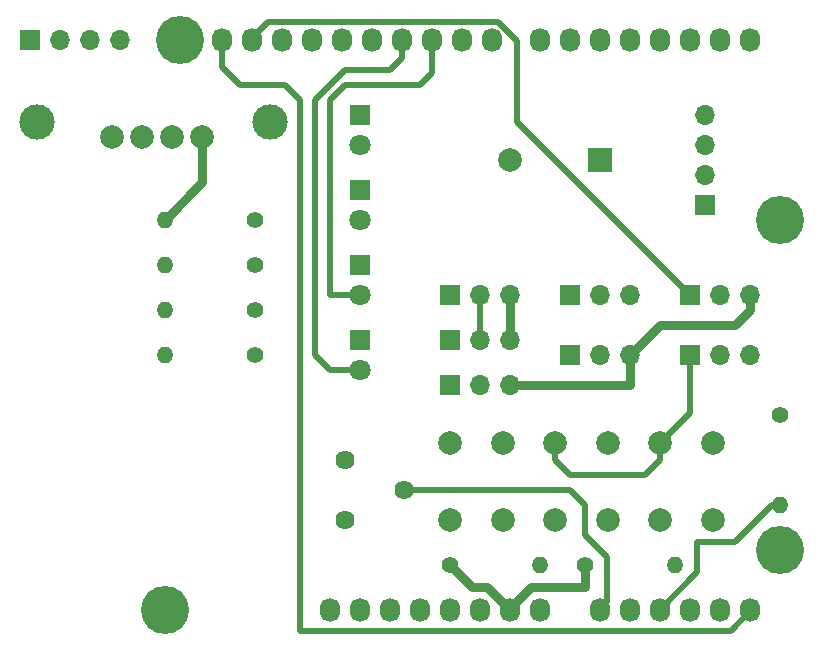
<source format=gbr>
G04 #@! TF.GenerationSoftware,KiCad,Pcbnew,5.0.2-bee76a0~70~ubuntu18.04.1*
G04 #@! TF.CreationDate,2019-09-13T20:40:02+02:00*
G04 #@! TF.ProjectId,BIOS_Shield_1.0_Migration,42494f53-5f53-4686-9965-6c645f312e30,rev?*
G04 #@! TF.SameCoordinates,Original*
G04 #@! TF.FileFunction,Copper,L1,Top*
G04 #@! TF.FilePolarity,Positive*
%FSLAX46Y46*%
G04 Gerber Fmt 4.6, Leading zero omitted, Abs format (unit mm)*
G04 Created by KiCad (PCBNEW 5.0.2-bee76a0~70~ubuntu18.04.1) date vie 13 sep 2019 20:40:02 CEST*
%MOMM*%
%LPD*%
G01*
G04 APERTURE LIST*
G04 #@! TA.AperFunction,ComponentPad*
%ADD10C,1.800000*%
G04 #@! TD*
G04 #@! TA.AperFunction,ComponentPad*
%ADD11R,1.800000X1.800000*%
G04 #@! TD*
G04 #@! TA.AperFunction,ComponentPad*
%ADD12O,1.727200X2.032000*%
G04 #@! TD*
G04 #@! TA.AperFunction,ComponentPad*
%ADD13O,1.700000X1.700000*%
G04 #@! TD*
G04 #@! TA.AperFunction,ComponentPad*
%ADD14R,1.700000X1.700000*%
G04 #@! TD*
G04 #@! TA.AperFunction,ComponentPad*
%ADD15C,2.000000*%
G04 #@! TD*
G04 #@! TA.AperFunction,ComponentPad*
%ADD16C,4.064000*%
G04 #@! TD*
G04 #@! TA.AperFunction,ComponentPad*
%ADD17O,1.400000X1.400000*%
G04 #@! TD*
G04 #@! TA.AperFunction,ComponentPad*
%ADD18C,1.400000*%
G04 #@! TD*
G04 #@! TA.AperFunction,ComponentPad*
%ADD19R,2.000000X2.000000*%
G04 #@! TD*
G04 #@! TA.AperFunction,ComponentPad*
%ADD20C,3.000000*%
G04 #@! TD*
G04 #@! TA.AperFunction,ComponentPad*
%ADD21C,1.620000*%
G04 #@! TD*
G04 #@! TA.AperFunction,Conductor*
%ADD22C,0.508000*%
G04 #@! TD*
G04 #@! TA.AperFunction,Conductor*
%ADD23C,0.762000*%
G04 #@! TD*
G04 APERTURE END LIST*
D10*
G04 #@! TO.P,D1,2*
G04 #@! TO.N,/8*
X141478000Y-84455000D03*
D11*
G04 #@! TO.P,D1,1*
G04 #@! TO.N,Net-(D1-Pad1)*
X141478000Y-81915000D03*
G04 #@! TD*
G04 #@! TO.P,D2,1*
G04 #@! TO.N,Net-(D2-Pad1)*
X141478000Y-88265000D03*
D10*
G04 #@! TO.P,D2,2*
G04 #@! TO.N,/9(\002A\002A)*
X141478000Y-90805000D03*
G04 #@! TD*
G04 #@! TO.P,D3,2*
G04 #@! TO.N,/10(\002A\002A/SS)*
X141478000Y-97155000D03*
D11*
G04 #@! TO.P,D3,1*
G04 #@! TO.N,Net-(D3-Pad1)*
X141478000Y-94615000D03*
G04 #@! TD*
G04 #@! TO.P,D4,1*
G04 #@! TO.N,Net-(D4-Pad1)*
X141478000Y-100965000D03*
D10*
G04 #@! TO.P,D4,2*
G04 #@! TO.N,/11(\002A\002A/MOSI)*
X141478000Y-103505000D03*
G04 #@! TD*
D12*
G04 #@! TO.P,J1,1*
G04 #@! TO.N,Net-(J1-Pad1)*
X138938000Y-123825000D03*
G04 #@! TO.P,J1,2*
G04 #@! TO.N,+5V*
X141478000Y-123825000D03*
G04 #@! TO.P,J1,3*
G04 #@! TO.N,/Reset*
X144018000Y-123825000D03*
G04 #@! TO.P,J1,4*
G04 #@! TO.N,+3V3*
X146558000Y-123825000D03*
G04 #@! TO.P,J1,5*
G04 #@! TO.N,+5V*
X149098000Y-123825000D03*
G04 #@! TO.P,J1,6*
G04 #@! TO.N,GND*
X151638000Y-123825000D03*
G04 #@! TO.P,J1,7*
X154178000Y-123825000D03*
G04 #@! TO.P,J1,8*
G04 #@! TO.N,/Vin*
X156718000Y-123825000D03*
G04 #@! TD*
G04 #@! TO.P,J4,8*
G04 #@! TO.N,/0(Rx)*
X174498000Y-75565000D03*
G04 #@! TO.P,J4,7*
G04 #@! TO.N,/1(Tx)*
X171958000Y-75565000D03*
G04 #@! TO.P,J4,6*
G04 #@! TO.N,/2*
X169418000Y-75565000D03*
G04 #@! TO.P,J4,5*
G04 #@! TO.N,/3(\002A\002A)*
X166878000Y-75565000D03*
G04 #@! TO.P,J4,4*
G04 #@! TO.N,/4*
X164338000Y-75565000D03*
G04 #@! TO.P,J4,3*
G04 #@! TO.N,/5(\002A\002A)*
X161798000Y-75565000D03*
G04 #@! TO.P,J4,2*
G04 #@! TO.N,/6(\002A\002A)*
X159258000Y-75565000D03*
G04 #@! TO.P,J4,1*
G04 #@! TO.N,/7*
X156718000Y-75565000D03*
G04 #@! TD*
D13*
G04 #@! TO.P,J5,4*
G04 #@! TO.N,/A5(SCL)*
X121158000Y-75565000D03*
G04 #@! TO.P,J5,3*
G04 #@! TO.N,/A4(SDA)*
X118618000Y-75565000D03*
G04 #@! TO.P,J5,2*
G04 #@! TO.N,+5V*
X116078000Y-75565000D03*
D14*
G04 #@! TO.P,J5,1*
G04 #@! TO.N,GND*
X113538000Y-75565000D03*
G04 #@! TD*
G04 #@! TO.P,J6,1*
G04 #@! TO.N,/1(Tx)*
X170688000Y-89535000D03*
D13*
G04 #@! TO.P,J6,2*
G04 #@! TO.N,/0(Rx)*
X170688000Y-86995000D03*
G04 #@! TO.P,J6,3*
G04 #@! TO.N,GND*
X170688000Y-84455000D03*
G04 #@! TO.P,J6,4*
G04 #@! TO.N,+5V*
X170688000Y-81915000D03*
G04 #@! TD*
G04 #@! TO.P,J8,3*
G04 #@! TO.N,GND*
X154178000Y-100965000D03*
G04 #@! TO.P,J8,2*
G04 #@! TO.N,+5V*
X151638000Y-100965000D03*
D14*
G04 #@! TO.P,J8,1*
G04 #@! TO.N,/6(\002A\002A)*
X149098000Y-100965000D03*
G04 #@! TD*
D13*
G04 #@! TO.P,J9,3*
G04 #@! TO.N,GND*
X164338000Y-97155000D03*
G04 #@! TO.P,J9,2*
G04 #@! TO.N,+5V*
X161798000Y-97155000D03*
D14*
G04 #@! TO.P,J9,1*
G04 #@! TO.N,/2*
X159258000Y-97155000D03*
G04 #@! TD*
D13*
G04 #@! TO.P,J10,3*
G04 #@! TO.N,GND*
X174498000Y-97155000D03*
G04 #@! TO.P,J10,2*
G04 #@! TO.N,+5V*
X171958000Y-97155000D03*
D14*
G04 #@! TO.P,J10,1*
G04 #@! TO.N,/A4(SDA)*
X169418000Y-97155000D03*
G04 #@! TD*
G04 #@! TO.P,J11,1*
G04 #@! TO.N,/3(\002A\002A)*
X159258000Y-102235000D03*
D13*
G04 #@! TO.P,J11,2*
G04 #@! TO.N,+5V*
X161798000Y-102235000D03*
G04 #@! TO.P,J11,3*
G04 #@! TO.N,GND*
X164338000Y-102235000D03*
G04 #@! TD*
D14*
G04 #@! TO.P,J12,1*
G04 #@! TO.N,/5(\002A\002A)*
X149098000Y-104775000D03*
D13*
G04 #@! TO.P,J12,2*
G04 #@! TO.N,+5V*
X151638000Y-104775000D03*
G04 #@! TO.P,J12,3*
G04 #@! TO.N,GND*
X154178000Y-104775000D03*
G04 #@! TD*
D14*
G04 #@! TO.P,J13,1*
G04 #@! TO.N,/7*
X149098000Y-97155000D03*
D13*
G04 #@! TO.P,J13,2*
G04 #@! TO.N,+5V*
X151638000Y-97155000D03*
G04 #@! TO.P,J13,3*
G04 #@! TO.N,GND*
X154178000Y-97155000D03*
G04 #@! TD*
D14*
G04 #@! TO.P,LM35,1*
G04 #@! TO.N,+5V*
X169418000Y-102235000D03*
D13*
G04 #@! TO.P,LM35,2*
G04 #@! TO.N,/A5(SCL)*
X171958000Y-102235000D03*
G04 #@! TO.P,LM35,3*
G04 #@! TO.N,GND*
X174498000Y-102235000D03*
G04 #@! TD*
D12*
G04 #@! TO.P,J2,1*
G04 #@! TO.N,/A0*
X161798000Y-123825000D03*
G04 #@! TO.P,J2,2*
G04 #@! TO.N,/A1*
X164338000Y-123825000D03*
G04 #@! TO.P,J2,3*
G04 #@! TO.N,/A2*
X166878000Y-123825000D03*
G04 #@! TO.P,J2,4*
G04 #@! TO.N,/A3*
X169418000Y-123825000D03*
G04 #@! TO.P,J2,5*
G04 #@! TO.N,/A4(SDA)*
X171958000Y-123825000D03*
G04 #@! TO.P,J2,6*
G04 #@! TO.N,/A5(SCL)*
X174498000Y-123825000D03*
G04 #@! TD*
G04 #@! TO.P,J3,1*
G04 #@! TO.N,/A5(SCL)*
X129794000Y-75565000D03*
G04 #@! TO.P,J3,2*
G04 #@! TO.N,/A4(SDA)*
X132334000Y-75565000D03*
G04 #@! TO.P,J3,3*
G04 #@! TO.N,/AREF*
X134874000Y-75565000D03*
G04 #@! TO.P,J3,4*
G04 #@! TO.N,GND*
X137414000Y-75565000D03*
G04 #@! TO.P,J3,5*
G04 #@! TO.N,/13(SCK)*
X139954000Y-75565000D03*
G04 #@! TO.P,J3,6*
G04 #@! TO.N,/12(MISO)*
X142494000Y-75565000D03*
G04 #@! TO.P,J3,7*
G04 #@! TO.N,/11(\002A\002A/MOSI)*
X145034000Y-75565000D03*
G04 #@! TO.P,J3,8*
G04 #@! TO.N,/10(\002A\002A/SS)*
X147574000Y-75565000D03*
G04 #@! TO.P,J3,9*
G04 #@! TO.N,/9(\002A\002A)*
X150114000Y-75565000D03*
G04 #@! TO.P,J3,10*
G04 #@! TO.N,/8*
X152654000Y-75565000D03*
G04 #@! TD*
D15*
G04 #@! TO.P,P1,2*
G04 #@! TO.N,/A1*
X153598000Y-116205000D03*
G04 #@! TO.P,P1,1*
G04 #@! TO.N,+5V*
X149098000Y-116205000D03*
G04 #@! TO.P,P1,2*
G04 #@! TO.N,/A1*
X153598000Y-109705000D03*
G04 #@! TO.P,P1,1*
G04 #@! TO.N,+5V*
X149098000Y-109705000D03*
G04 #@! TD*
G04 #@! TO.P,P2,1*
G04 #@! TO.N,+5V*
X157988000Y-109705000D03*
G04 #@! TO.P,P2,2*
G04 #@! TO.N,/A2*
X162488000Y-109705000D03*
G04 #@! TO.P,P2,1*
G04 #@! TO.N,+5V*
X157988000Y-116205000D03*
G04 #@! TO.P,P2,2*
G04 #@! TO.N,/A2*
X162488000Y-116205000D03*
G04 #@! TD*
G04 #@! TO.P,P3,2*
G04 #@! TO.N,/A3*
X171378000Y-116205000D03*
G04 #@! TO.P,P3,1*
G04 #@! TO.N,+5V*
X166878000Y-116205000D03*
G04 #@! TO.P,P3,2*
G04 #@! TO.N,/A3*
X171378000Y-109705000D03*
G04 #@! TO.P,P3,1*
G04 #@! TO.N,+5V*
X166878000Y-109705000D03*
G04 #@! TD*
D16*
G04 #@! TO.P,P5,1*
G04 #@! TO.N,Net-(P5-Pad1)*
X124968000Y-123825000D03*
G04 #@! TD*
G04 #@! TO.P,P6,1*
G04 #@! TO.N,Net-(P6-Pad1)*
X177038000Y-118745000D03*
G04 #@! TD*
G04 #@! TO.P,P7,1*
G04 #@! TO.N,Net-(P7-Pad1)*
X126238000Y-75565000D03*
G04 #@! TD*
G04 #@! TO.P,P8,1*
G04 #@! TO.N,Net-(P8-Pad1)*
X177038000Y-90805000D03*
G04 #@! TD*
D17*
G04 #@! TO.P,R1,2*
G04 #@! TO.N,/A1*
X156718000Y-120015000D03*
D18*
G04 #@! TO.P,R1,1*
G04 #@! TO.N,GND*
X149098000Y-120015000D03*
G04 #@! TD*
G04 #@! TO.P,R2,1*
G04 #@! TO.N,GND*
X177038000Y-107315000D03*
D17*
G04 #@! TO.P,R2,2*
G04 #@! TO.N,/A2*
X177038000Y-114935000D03*
G04 #@! TD*
G04 #@! TO.P,R3,2*
G04 #@! TO.N,/A3*
X168148000Y-120015000D03*
D18*
G04 #@! TO.P,R3,1*
G04 #@! TO.N,GND*
X160528000Y-120015000D03*
G04 #@! TD*
G04 #@! TO.P,R4,1*
G04 #@! TO.N,Net-(D1-Pad1)*
X132588000Y-90805000D03*
D17*
G04 #@! TO.P,R4,2*
G04 #@! TO.N,GND*
X124968000Y-90805000D03*
G04 #@! TD*
G04 #@! TO.P,R5,2*
G04 #@! TO.N,GND*
X124968000Y-94615000D03*
D18*
G04 #@! TO.P,R5,1*
G04 #@! TO.N,Net-(D2-Pad1)*
X132588000Y-94615000D03*
G04 #@! TD*
G04 #@! TO.P,R6,1*
G04 #@! TO.N,Net-(D3-Pad1)*
X132588000Y-98425000D03*
D17*
G04 #@! TO.P,R6,2*
G04 #@! TO.N,GND*
X124968000Y-98425000D03*
G04 #@! TD*
D18*
G04 #@! TO.P,R7,1*
G04 #@! TO.N,Net-(D4-Pad1)*
X132588000Y-102235000D03*
D17*
G04 #@! TO.P,R7,2*
G04 #@! TO.N,GND*
X124968000Y-102235000D03*
G04 #@! TD*
D19*
G04 #@! TO.P,SPK,1*
G04 #@! TO.N,/4*
X161798000Y-85725000D03*
D15*
G04 #@! TO.P,SPK,2*
G04 #@! TO.N,GND*
X154198000Y-85725000D03*
G04 #@! TD*
G04 #@! TO.P,J7,1*
G04 #@! TO.N,GND*
X128143000Y-83820000D03*
G04 #@! TO.P,J7,2*
G04 #@! TO.N,+5V*
X125603000Y-83820000D03*
G04 #@! TO.P,J7,3*
G04 #@! TO.N,/13(SCK)*
X123063000Y-83820000D03*
G04 #@! TO.P,J7,4*
G04 #@! TO.N,/12(MISO)*
X120523000Y-83820000D03*
D20*
G04 #@! TO.P,J7,5*
G04 #@! TO.N,N/C*
X114173000Y-82550000D03*
X133858000Y-82550000D03*
G04 #@! TD*
D21*
G04 #@! TO.P,POT,3*
G04 #@! TO.N,GND*
X140208000Y-111205000D03*
G04 #@! TO.P,POT,2*
G04 #@! TO.N,/A0*
X145208000Y-113705000D03*
G04 #@! TO.P,POT,1*
G04 #@! TO.N,+5V*
X140208000Y-116205000D03*
G04 #@! TD*
D22*
G04 #@! TO.N,+5V*
X169418000Y-107165000D02*
X166878000Y-109705000D01*
X169418000Y-103505000D02*
X169418000Y-107165000D01*
X166878000Y-109705000D02*
X166878000Y-111125000D01*
X166878000Y-111125000D02*
X165608000Y-112395000D01*
X165608000Y-112395000D02*
X159258000Y-112395000D01*
X157988000Y-111125000D02*
X157988000Y-109705000D01*
X159258000Y-112395000D02*
X157988000Y-111125000D01*
X169418000Y-103505000D02*
X169418000Y-102235000D01*
X151638000Y-97155000D02*
X151638000Y-100965000D01*
D23*
G04 #@! TO.N,GND*
X173228000Y-99695000D02*
X174498000Y-98425000D01*
X174498000Y-98425000D02*
X174498000Y-97155000D01*
X169440798Y-99695000D02*
X173228000Y-99695000D01*
X154178000Y-97155000D02*
X154178000Y-100965000D01*
X166878000Y-99695000D02*
X164338000Y-102235000D01*
X169440798Y-99695000D02*
X166878000Y-99695000D01*
X164338000Y-102235000D02*
X164338000Y-104775000D01*
X164338000Y-104775000D02*
X154178000Y-104775000D01*
X154178000Y-123672600D02*
X154178000Y-123825000D01*
X155930600Y-121920000D02*
X154178000Y-123672600D01*
X160528000Y-120015000D02*
X160528000Y-121920000D01*
X160528000Y-121920000D02*
X155930600Y-121920000D01*
X151003000Y-121920000D02*
X149098000Y-120015000D01*
X154178000Y-123825000D02*
X152273000Y-121920000D01*
X152273000Y-121920000D02*
X151003000Y-121920000D01*
X128143000Y-87630000D02*
X128143000Y-83820000D01*
X124968000Y-90805000D02*
X128143000Y-87630000D01*
D22*
G04 #@! TO.N,/A0*
X159298000Y-113705000D02*
X145208000Y-113705000D01*
X160528000Y-114935000D02*
X159298000Y-113705000D01*
X160528000Y-117475000D02*
X160528000Y-114935000D01*
X162433000Y-119380000D02*
X160528000Y-117475000D01*
X161798000Y-123825000D02*
X162433000Y-123190000D01*
X162433000Y-123190000D02*
X162433000Y-119380000D01*
G04 #@! TO.N,/A2*
X166878000Y-123672600D02*
X166878000Y-123825000D01*
X170053000Y-118110000D02*
X170053000Y-120650000D01*
X173228000Y-118110000D02*
X170053000Y-118110000D01*
X170053000Y-120650000D02*
X166878000Y-123825000D01*
X177038000Y-114935000D02*
X176403000Y-114935000D01*
X176403000Y-114935000D02*
X173228000Y-118110000D01*
G04 #@! TO.N,/A4(SDA)*
X132334000Y-75412600D02*
X132334000Y-75565000D01*
X133705600Y-74041000D02*
X132334000Y-75412600D01*
X154813000Y-75708219D02*
X153145781Y-74041000D01*
X153145781Y-74041000D02*
X133705600Y-74041000D01*
X169418000Y-97155000D02*
X154813000Y-82550000D01*
X154813000Y-82550000D02*
X154813000Y-75708219D01*
G04 #@! TO.N,/A5(SCL)*
X172872400Y-125603000D02*
X174498000Y-123977400D01*
X129794000Y-77851000D02*
X131318000Y-79375000D01*
X129794000Y-75565000D02*
X129794000Y-77851000D01*
X135128000Y-79375000D02*
X136398000Y-80645000D01*
X174498000Y-123977400D02*
X174498000Y-123825000D01*
X136398000Y-80645000D02*
X136398000Y-125603000D01*
X131318000Y-79375000D02*
X135128000Y-79375000D01*
X136398000Y-125603000D02*
X172872400Y-125603000D01*
G04 #@! TO.N,/10(\002A\002A/SS)*
X147574000Y-78359000D02*
X147574000Y-75565000D01*
X138938000Y-80645000D02*
X140208000Y-79375000D01*
X146558000Y-79375000D02*
X147574000Y-78359000D01*
X141478000Y-97155000D02*
X138938000Y-97155000D01*
X140208000Y-79375000D02*
X146558000Y-79375000D01*
X138938000Y-97155000D02*
X138938000Y-80645000D01*
G04 #@! TO.N,/11(\002A\002A/MOSI)*
X141478000Y-103505000D02*
X138938000Y-103505000D01*
X138938000Y-103505000D02*
X137668000Y-102235000D01*
X137668000Y-102235000D02*
X137668000Y-80645000D01*
X137668000Y-80645000D02*
X140208000Y-78105000D01*
X140208000Y-78105000D02*
X144018000Y-78105000D01*
X145034000Y-77089000D02*
X145034000Y-75565000D01*
X144018000Y-78105000D02*
X145034000Y-77089000D01*
G04 #@! TD*
M02*

</source>
